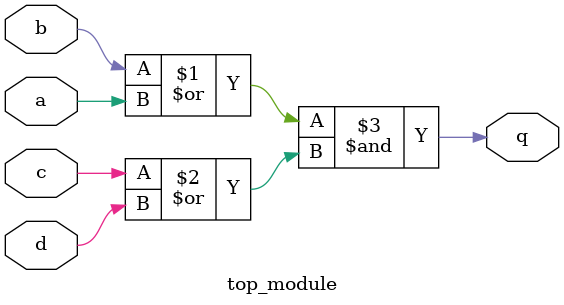
<source format=v>
module top_module (
    input a,
    input b,
    input c,
    input d,
    output q );

    assign q = (b|a) & (c|d); 

endmodule


</source>
